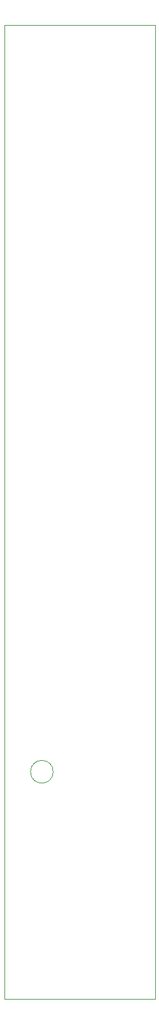
<source format=gbr>
%TF.GenerationSoftware,KiCad,Pcbnew,6.0.7+dfsg-1~bpo11+1*%
%TF.CreationDate,2022-10-26T04:05:09+08:00*%
%TF.ProjectId,MiniDelay v1.0 - Front,4d696e69-4465-46c6-9179-2076312e3020,rev?*%
%TF.SameCoordinates,Original*%
%TF.FileFunction,Profile,NP*%
%FSLAX46Y46*%
G04 Gerber Fmt 4.6, Leading zero omitted, Abs format (unit mm)*
G04 Created by KiCad (PCBNEW 6.0.7+dfsg-1~bpo11+1) date 2022-10-26 04:05:09*
%MOMM*%
%LPD*%
G01*
G04 APERTURE LIST*
%TA.AperFunction,Profile*%
%ADD10C,0.100000*%
%TD*%
G04 APERTURE END LIST*
D10*
X100000000Y-40000000D02*
X120000000Y-40000000D01*
X100000000Y-168500000D02*
X100000000Y-40000000D01*
X106500000Y-138500000D02*
G75*
G03*
X106500000Y-138500000I-1500000J0D01*
G01*
X120000000Y-168500000D02*
X100000000Y-168500000D01*
X120000000Y-40000000D02*
X120000000Y-168500000D01*
M02*

</source>
